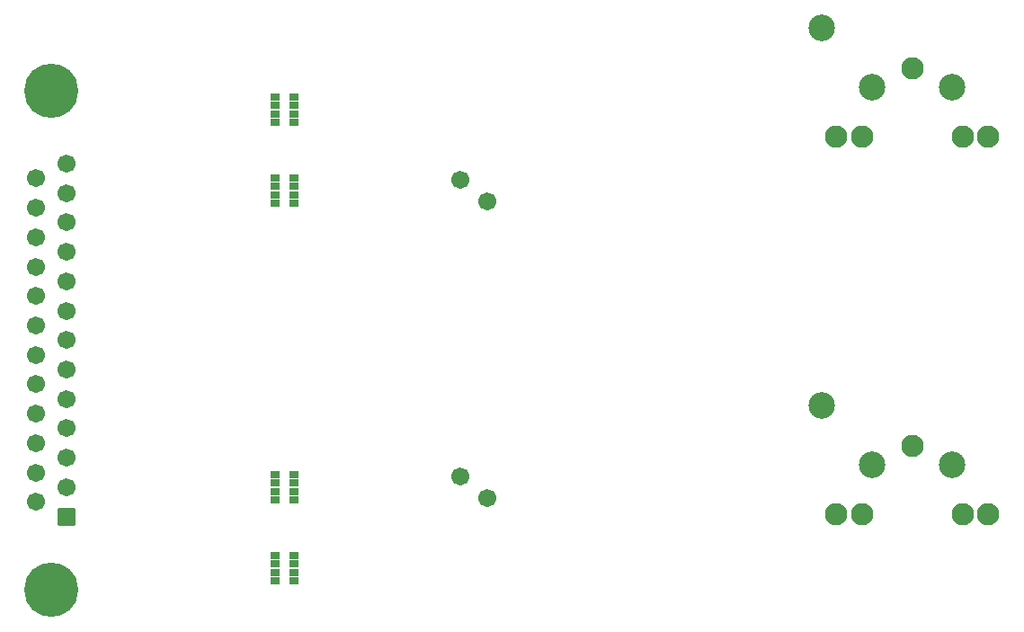
<source format=gts>
G04 Layer: TopSolderMaskLayer*
G04 EasyEDA v6.5.22, 2023-02-28 17:33:46*
G04 2c88ebba08e7464b96183e005241c5b3,bdb13a12c0ab493cb15560d8aabf918e,10*
G04 Gerber Generator version 0.2*
G04 Scale: 100 percent, Rotated: No, Reflected: No *
G04 Dimensions in millimeters *
G04 leading zeros omitted , absolute positions ,4 integer and 5 decimal *
%FSLAX45Y45*%
%MOMM*%

%AMMACRO1*1,1,$1,$2,$3*1,1,$1,$4,$5*1,1,$1,0-$2,0-$3*1,1,$1,0-$4,0-$5*20,1,$1,$2,$3,$4,$5,0*20,1,$1,$4,$5,0-$2,0-$3,0*20,1,$1,0-$2,0-$3,0-$4,0-$5,0*20,1,$1,0-$4,0-$5,$2,$3,0*4,1,4,$2,$3,$4,$5,0-$2,0-$3,0-$4,0-$5,$2,$3,0*%
%ADD10C,5.1016*%
%ADD11C,1.7016*%
%ADD12MACRO1,0.1016X0.8X0.8X0.8X-0.8*%
%ADD13C,2.5016*%
%ADD14C,2.1016*%
%ADD15MACRO1,0.1016X-0.4X-0.325X-0.4X0.325*%
%ADD16MACRO1,0.1016X-0.4X-0.25X-0.4X0.25*%

%LPD*%
D10*
G01*
X1866900Y6022289D03*
G01*
X1866900Y1318310D03*
D11*
G01*
X1724913Y2146807D03*
G01*
X1724913Y2423795D03*
G01*
X1724913Y2700807D03*
G01*
X1724913Y2977794D03*
G01*
X1724913Y3254806D03*
G01*
X1724913Y3531793D03*
G01*
X1724913Y3808806D03*
G01*
X1724913Y4085793D03*
G01*
X1724913Y4362805D03*
G01*
X1724913Y4639792D03*
G01*
X1724913Y4916804D03*
G01*
X1724913Y5193792D03*
D12*
G01*
X2008898Y2008301D03*
D11*
G01*
X2008911Y2285314D03*
G01*
X2008911Y2562301D03*
G01*
X2008911Y2839313D03*
G01*
X2008911Y3116300D03*
G01*
X2008911Y3393287D03*
G01*
X2008911Y3670300D03*
G01*
X2008911Y3947312D03*
G01*
X2008911Y4224299D03*
G01*
X2008911Y4501311D03*
G01*
X2008911Y4778298D03*
G01*
X2008911Y5055285D03*
G01*
X2008911Y5332298D03*
D13*
G01*
X9123502Y6608495D03*
D14*
G01*
X10688523Y5583504D03*
G01*
X10448518Y5583504D03*
G01*
X9498507Y5583504D03*
G01*
X9258503Y5583504D03*
D13*
G01*
X10348518Y6053505D03*
G01*
X9598507Y6053505D03*
D14*
G01*
X9973513Y6233515D03*
D13*
G01*
X9123502Y3052495D03*
D14*
G01*
X10688523Y2027504D03*
G01*
X10448518Y2027504D03*
G01*
X9498507Y2027504D03*
G01*
X9258503Y2027504D03*
D13*
G01*
X10348518Y2497505D03*
G01*
X9598507Y2497505D03*
D14*
G01*
X9973513Y2677515D03*
D11*
G01*
X5717006Y5179999D03*
G01*
X5966993Y4980000D03*
G01*
X5717006Y2385999D03*
G01*
X5966993Y2186000D03*
D15*
G01*
X3974002Y1643989D03*
G01*
X4153997Y1643989D03*
D16*
G01*
X3974002Y1564005D03*
G01*
X4153997Y1564005D03*
G01*
X3974002Y1483994D03*
G01*
X4153997Y1483994D03*
D15*
G01*
X3974002Y1404010D03*
G01*
X4153997Y1404010D03*
G01*
X3974002Y2405989D03*
G01*
X4153997Y2405989D03*
D16*
G01*
X3974002Y2326005D03*
G01*
X4153997Y2326005D03*
G01*
X3974002Y2245994D03*
G01*
X4153997Y2245994D03*
D15*
G01*
X3974002Y2166010D03*
G01*
X4153997Y2166010D03*
G01*
X3974002Y5199989D03*
G01*
X4153997Y5199989D03*
D16*
G01*
X3974002Y5120005D03*
G01*
X4153997Y5120005D03*
G01*
X3974002Y5039994D03*
G01*
X4153997Y5039994D03*
D15*
G01*
X3974002Y4960010D03*
G01*
X4153997Y4960010D03*
G01*
X3974002Y5961989D03*
G01*
X4153997Y5961989D03*
D16*
G01*
X3974002Y5882005D03*
G01*
X4153997Y5882005D03*
G01*
X3974002Y5801994D03*
G01*
X4153997Y5801994D03*
D15*
G01*
X3974002Y5722010D03*
G01*
X4153997Y5722010D03*
M02*

</source>
